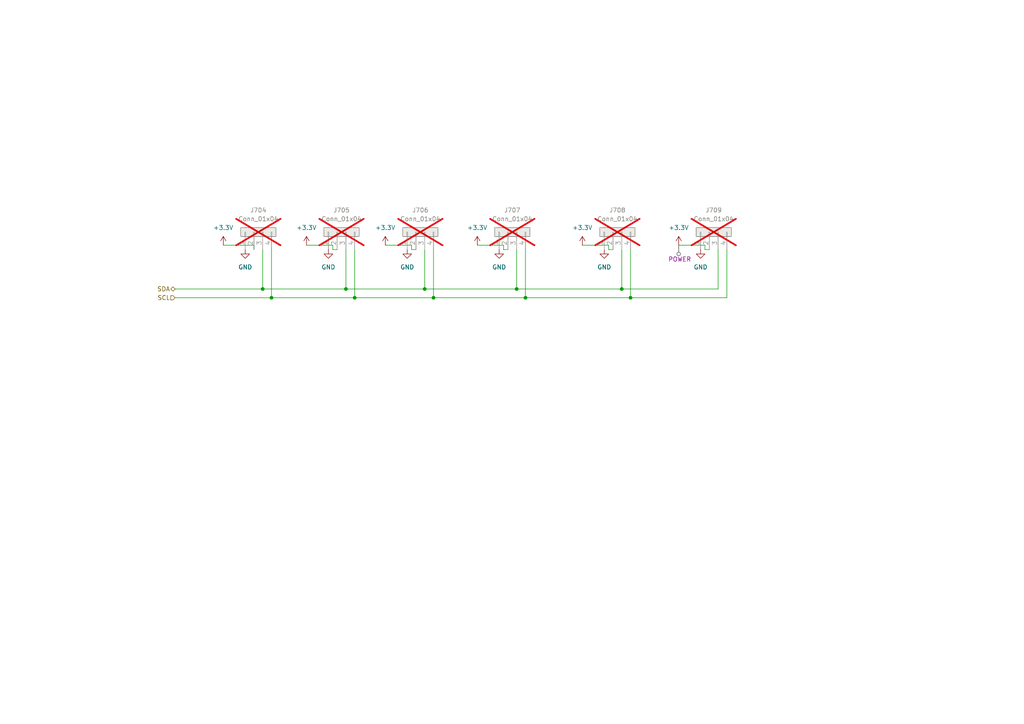
<source format=kicad_sch>
(kicad_sch (version 20250114) (generator "eeschema") (generator_version "9.0")
  (paper "A4")
  (lib_symbols
    (symbol "Connector_Generic:Conn_01x04" (pin_names (offset 1.016) (hide yes))
      (property "Reference" "J" (at 0 5.08 0))
      (property "Value" "Conn_01x04" (at 0 -7.62 0))
      (symbol "Conn_01x04_1_1"
        (rectangle (start -1.27 3.81) (end 1.27 -6.35) (stroke (width 0.254)) (fill (type background)))
        (rectangle (start -1.27 2.667) (end 0 2.413) (stroke (width 0.1524)))
        (rectangle (start -1.27 0.127) (end 0 -0.127) (stroke (width 0.1524)))
        (rectangle (start -1.27 -2.413) (end 0 -2.667) (stroke (width 0.1524)))
        (rectangle (start -1.27 -4.953) (end 0 -5.207) (stroke (width 0.1524)))
        (pin passive line (at -5.08 2.54 0) (length 3.81) (name "Pin_1") (number "1"))
        (pin passive line (at -5.08 0 0) (length 3.81) (name "Pin_2") (number "2"))
        (pin passive line (at -5.08 -2.54 0) (length 3.81) (name "Pin_3") (number "3"))
        (pin passive line (at -5.08 -5.08 0) (length 3.81) (name "Pin_4") (number "4"))
      )
    )
    (symbol "power:+3.3V" (power) (pin_numbers (hide yes)) (pin_names (offset 0) (hide yes))
      (property "Value" "+3.3V" (at 0 3.556 0))
      (symbol "+3.3V_0_1"
        (polyline (pts (xy -0.762 1.27) (xy 0 2.54)))
        (polyline (pts (xy 0 2.54) (xy 0.762 1.27)))
        (polyline (pts (xy 0 0) (xy 0 2.54)))
      )
      (symbol "+3.3V_1_1"
        (pin power_in line (at 0 0 90) (length 0) (name "~") (number "1"))
      )
    )
    (symbol "power:GND" (power) (pin_numbers (hide yes)) (pin_names (offset 0) (hide yes))
      (property "Value" "GND" (at 0 -3.81 0))
      (symbol "GND_0_1"
        (polyline (pts (xy 0 0) (xy 0 -1.27) (xy 1.27 -1.27) (xy 0 -2.54) (xy -1.27 -1.27) (xy 0 -1.27)))
      )
      (symbol "GND_1_1"
        (pin power_in line (at 0 0 270) (length 0) (name "~") (number "1"))
      )
    )
  )
  (junction (at 125.73 86.36))
  (junction (at 102.87 86.36))
  (junction (at 180.34 83.82))
  (junction (at 78.74 86.36))
  (junction (at 149.86 83.82))
  (junction (at 100.33 83.82))
  (junction (at 182.88 86.36))
  (junction (at 76.2 83.82))
  (junction (at 123.19 83.82))
  (junction (at 152.4 86.36))
  (wire (pts (xy 102.87 72.39) (xy 102.87 86.36)))
  (wire (pts (xy 111.76 71.12) (xy 119.38 71.12)))
  (wire (pts (xy 73.66 72.39) (xy 73.66 71.12)))
  (wire (pts (xy 100.33 72.39) (xy 100.33 83.82)))
  (wire (pts (xy 146.05 71.12) (xy 146.05 72.39)))
  (wire (pts (xy 196.85 71.12) (xy 204.47 71.12)))
  (wire (pts (xy 78.74 86.36) (xy 50.8 86.36)))
  (wire (pts (xy 182.88 86.36) (xy 152.4 86.36)))
  (wire (pts (xy 102.87 86.36) (xy 78.74 86.36)))
  (wire (pts (xy 204.47 71.12) (xy 204.47 72.39)))
  (wire (pts (xy 149.86 72.39) (xy 149.86 83.82)))
  (wire (pts (xy 119.38 72.39) (xy 120.65 72.39)))
  (wire (pts (xy 208.28 72.39) (xy 208.28 83.82)))
  (wire (pts (xy 76.2 83.82) (xy 50.8 83.82)))
  (wire (pts (xy 138.43 71.12) (xy 146.05 71.12)))
  (wire (pts (xy 125.73 72.39) (xy 125.73 86.36)))
  (wire (pts (xy 123.19 72.39) (xy 123.19 83.82)))
  (wire (pts (xy 76.2 72.39) (xy 76.2 83.82)))
  (wire (pts (xy 88.9 71.12) (xy 96.52 71.12)))
  (wire (pts (xy 73.66 71.12) (xy 64.77 71.12)))
  (wire (pts (xy 96.52 72.39) (xy 97.79 72.39)))
  (wire (pts (xy 152.4 86.36) (xy 125.73 86.36)))
  (wire (pts (xy 125.73 86.36) (xy 102.87 86.36)))
  (wire (pts (xy 176.53 71.12) (xy 176.53 72.39)))
  (wire (pts (xy 123.19 83.82) (xy 100.33 83.82)))
  (wire (pts (xy 168.91 71.12) (xy 176.53 71.12)))
  (wire (pts (xy 149.86 83.82) (xy 123.19 83.82)))
  (wire (pts (xy 210.82 86.36) (xy 182.88 86.36)))
  (wire (pts (xy 152.4 72.39) (xy 152.4 86.36)))
  (wire (pts (xy 180.34 72.39) (xy 180.34 83.82)))
  (wire (pts (xy 146.05 72.39) (xy 147.32 72.39)))
  (wire (pts (xy 204.47 72.39) (xy 205.74 72.39)))
  (wire (pts (xy 78.74 72.39) (xy 78.74 86.36)))
  (wire (pts (xy 96.52 71.12) (xy 96.52 72.39)))
  (wire (pts (xy 180.34 83.82) (xy 149.86 83.82)))
  (wire (pts (xy 182.88 72.39) (xy 182.88 86.36)))
  (wire (pts (xy 119.38 71.12) (xy 119.38 72.39)))
  (wire (pts (xy 210.82 72.39) (xy 210.82 86.36)))
  (wire (pts (xy 100.33 83.82) (xy 76.2 83.82)))
  (wire (pts (xy 208.28 83.82) (xy 180.34 83.82)))
  (wire (pts (xy 176.53 72.39) (xy 177.8 72.39)))
  (hierarchical_label "SDA" (shape bidirectional) (at 50.8 83.82 180))
  (hierarchical_label "SCL" (shape input) (at 50.8 86.36 180))
  (netclass_flag "" (length 2.54) (shape round) (at 196.85 71.12 180) (property "+3.3V" "POWER" (at 193.802 75.184 0) (effects (justify left))))
  (symbol (lib_id "Connector_Generic:Conn_01x04") (at 73.66 67.31 90) (unit 1) (in_bom no) (dnp yes)
    (property "Reference" "J704" (at 74.93 60.96 90))
    (property "Value" "Conn_01x04" (at 74.93 63.5 90))
    (property "Footprint" "Connector_PinHeader_2.54mm:PinHeader_1x04_P2.54mm_Horizontal" (effects (hide yes)))
    (property "Description" "Generic connector, single row, 01x04, script generated (kicad-library-utils/schlib/autogen/connector/)" (effects (hide yes)))
  )
  (symbol (lib_id "power:GND") (at 95.25 72.39 0) (unit 1)
    (property "Reference" "#PWR0755" (effects (hide yes)))
    (property "Value" "GND" (at 95.25 77.47 0))
    (property "Description" "Power symbol creates a global label with name \"GND\" , ground" (effects (hide yes)))
  )
  (symbol (lib_id "power:+3.3V") (at 196.85 71.12 0) (unit 1)
    (property "Reference" "#PWR0762" (effects (hide yes)))
    (property "Value" "+3.3V" (at 196.85 66.04 0))
    (property "Description" "Power symbol creates a global label with name \"+3.3V\"" (effects (hide yes)))
  )
  (symbol (lib_id "power:+3.3V") (at 88.9 71.12 0) (unit 1)
    (property "Reference" "#PWR0754" (effects (hide yes)))
    (property "Value" "+3.3V" (at 88.9 66.04 0))
    (property "Description" "Power symbol creates a global label with name \"+3.3V\"" (effects (hide yes)))
  )
  (symbol (lib_id "Connector_Generic:Conn_01x04") (at 97.79 67.31 90) (unit 1) (in_bom no) (dnp yes)
    (property "Reference" "J705" (at 99.06 60.96 90))
    (property "Value" "Conn_01x04" (at 99.06 63.5 90))
    (property "Footprint" "Connector_PinHeader_2.54mm:PinHeader_1x04_P2.54mm_Horizontal" (effects (hide yes)))
    (property "Description" "Generic connector, single row, 01x04, script generated (kicad-library-utils/schlib/autogen/connector/)" (effects (hide yes)))
  )
  (symbol (lib_id "Connector_Generic:Conn_01x04") (at 177.8 67.31 90) (unit 1) (in_bom no) (dnp yes)
    (property "Reference" "J708" (at 179.07 60.96 90))
    (property "Value" "Conn_01x04" (at 179.07 63.5 90))
    (property "Footprint" "Connector_PinHeader_2.54mm:PinHeader_1x04_P2.54mm_Horizontal" (effects (hide yes)))
    (property "Description" "Generic connector, single row, 01x04, script generated (kicad-library-utils/schlib/autogen/connector/)" (effects (hide yes)))
  )
  (symbol (lib_id "power:+3.3V") (at 168.91 71.12 0) (unit 1)
    (property "Reference" "#PWR0760" (effects (hide yes)))
    (property "Value" "+3.3V" (at 168.91 66.04 0))
    (property "Description" "Power symbol creates a global label with name \"+3.3V\"" (effects (hide yes)))
  )
  (symbol (lib_id "power:GND") (at 144.78 72.39 0) (unit 1)
    (property "Reference" "#PWR0759" (effects (hide yes)))
    (property "Value" "GND" (at 144.78 77.47 0))
    (property "Description" "Power symbol creates a global label with name \"GND\" , ground" (effects (hide yes)))
  )
  (symbol (lib_id "Connector_Generic:Conn_01x04") (at 120.65 67.31 90) (unit 1) (in_bom no) (dnp yes)
    (property "Reference" "J706" (at 121.92 60.96 90))
    (property "Value" "Conn_01x04" (at 121.92 63.5 90))
    (property "Footprint" "Connector_PinHeader_2.54mm:PinHeader_1x04_P2.54mm_Horizontal" (effects (hide yes)))
    (property "Description" "Generic connector, single row, 01x04, script generated (kicad-library-utils/schlib/autogen/connector/)" (effects (hide yes)))
  )
  (symbol (lib_id "power:GND") (at 118.11 72.39 0) (unit 1)
    (property "Reference" "#PWR0757" (effects (hide yes)))
    (property "Value" "GND" (at 118.11 77.47 0))
    (property "Description" "Power symbol creates a global label with name \"GND\" , ground" (effects (hide yes)))
  )
  (symbol (lib_id "power:GND") (at 71.12 72.39 0) (unit 1)
    (property "Reference" "#PWR0753" (effects (hide yes)))
    (property "Value" "GND" (at 71.12 77.47 0))
    (property "Description" "Power symbol creates a global label with name \"GND\" , ground" (effects (hide yes)))
  )
  (symbol (lib_id "power:+3.3V") (at 111.76 71.12 0) (unit 1)
    (property "Reference" "#PWR0756" (effects (hide yes)))
    (property "Value" "+3.3V" (at 111.76 66.04 0))
    (property "Description" "Power symbol creates a global label with name \"+3.3V\"" (effects (hide yes)))
  )
  (symbol (lib_id "power:+3.3V") (at 138.43 71.12 0) (unit 1)
    (property "Reference" "#PWR0758" (effects (hide yes)))
    (property "Value" "+3.3V" (at 138.43 66.04 0))
    (property "Description" "Power symbol creates a global label with name \"+3.3V\"" (effects (hide yes)))
  )
  (symbol (lib_id "power:GND") (at 175.26 72.39 0) (unit 1)
    (property "Reference" "#PWR0761" (effects (hide yes)))
    (property "Value" "GND" (at 175.26 77.47 0))
    (property "Description" "Power symbol creates a global label with name \"GND\" , ground" (effects (hide yes)))
  )
  (symbol (lib_id "Connector_Generic:Conn_01x04") (at 147.32 67.31 90) (unit 1) (in_bom no) (dnp yes)
    (property "Reference" "J707" (at 148.59 60.96 90))
    (property "Value" "Conn_01x04" (at 148.59 63.5 90))
    (property "Footprint" "Connector_PinHeader_2.54mm:PinHeader_1x04_P2.54mm_Horizontal" (effects (hide yes)))
    (property "Description" "Generic connector, single row, 01x04, script generated (kicad-library-utils/schlib/autogen/connector/)" (effects (hide yes)))
  )
  (symbol (lib_id "power:GND") (at 203.2 72.39 0) (unit 1)
    (property "Reference" "#PWR0763" (effects (hide yes)))
    (property "Value" "GND" (at 203.2 77.47 0))
    (property "Description" "Power symbol creates a global label with name \"GND\" , ground" (effects (hide yes)))
  )
  (symbol (lib_id "Connector_Generic:Conn_01x04") (at 205.74 67.31 90) (unit 1) (in_bom no) (dnp yes)
    (property "Reference" "J709" (at 207.01 60.96 90))
    (property "Value" "Conn_01x04" (at 207.01 63.5 90))
    (property "Footprint" "Connector_PinHeader_2.54mm:PinHeader_1x04_P2.54mm_Horizontal" (effects (hide yes)))
    (property "Description" "Generic connector, single row, 01x04, script generated (kicad-library-utils/schlib/autogen/connector/)" (effects (hide yes)))
  )
  (symbol (lib_id "power:+3.3V") (at 64.77 71.12 0) (unit 1)
    (property "Reference" "#PWR0752" (effects (hide yes)))
    (property "Value" "+3.3V" (at 64.77 66.04 0))
    (property "Description" "Power symbol creates a global label with name \"+3.3V\"" (effects (hide yes)))
  )
)
</source>
